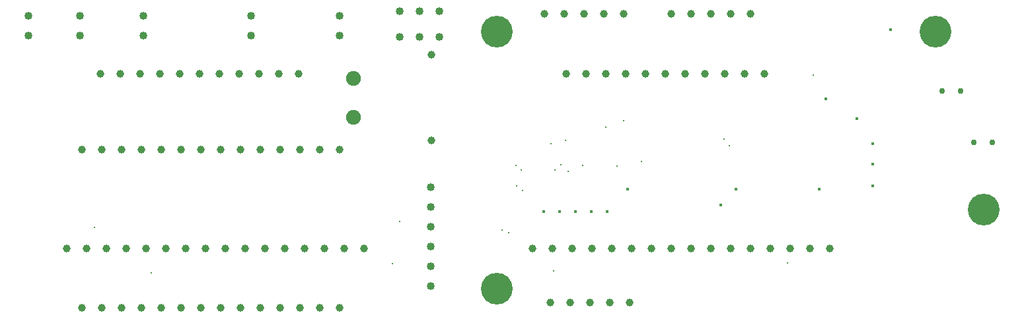
<source format=gbr>
%TF.GenerationSoftware,KiCad,Pcbnew,8.0.1*%
%TF.CreationDate,2025-04-21T12:55:45-06:00*%
%TF.ProjectId,Project,50726f6a-6563-4742-9e6b-696361645f70,A*%
%TF.SameCoordinates,Original*%
%TF.FileFunction,Plated,1,2,PTH,Drill*%
%TF.FilePolarity,Positive*%
%FSLAX46Y46*%
G04 Gerber Fmt 4.6, Leading zero omitted, Abs format (unit mm)*
G04 Created by KiCad (PCBNEW 8.0.1) date 2025-04-21 12:55:45*
%MOMM*%
%LPD*%
G01*
G04 APERTURE LIST*
%TA.AperFunction,ViaDrill*%
%ADD10C,0.300000*%
%TD*%
%TA.AperFunction,ComponentDrill*%
%ADD11C,0.381000*%
%TD*%
%TA.AperFunction,ComponentDrill*%
%ADD12C,0.762000*%
%TD*%
%TA.AperFunction,ComponentDrill*%
%ADD13C,1.000000*%
%TD*%
%TA.AperFunction,ComponentDrill*%
%ADD14C,1.016000*%
%TD*%
%TA.AperFunction,ComponentDrill*%
%ADD15C,1.900000*%
%TD*%
%TA.AperFunction,ComponentDrill*%
%ADD16C,4.064000*%
%TD*%
G04 APERTURE END LIST*
D10*
X78910000Y-76920000D03*
X86160000Y-82830000D03*
X117130000Y-81570000D03*
X118061200Y-76197200D03*
X131109300Y-77287542D03*
X132000000Y-77670000D03*
X132918500Y-68985100D03*
X133014300Y-71658100D03*
X133609000Y-69566100D03*
X133750000Y-72240000D03*
X137455000Y-66205000D03*
X137790000Y-82540000D03*
X137955200Y-69593200D03*
X138647900Y-68945500D03*
X139300200Y-65783200D03*
X139590000Y-69780000D03*
X141500000Y-68960000D03*
X144477200Y-64106800D03*
X145859242Y-69090758D03*
X146712400Y-63222500D03*
X149050000Y-68520000D03*
X159620000Y-65620000D03*
X160270000Y-66480000D03*
X167730000Y-81550000D03*
X170994800Y-57401200D03*
D11*
%TO.C,R4*%
X136476200Y-74927200D03*
%TO.C,R5*%
X138508200Y-74927200D03*
%TO.C,R6*%
X140540200Y-74927200D03*
%TO.C,R7*%
X142572200Y-74927200D03*
%TO.C,R8*%
X144604200Y-74927200D03*
%TO.C,R10*%
X147238300Y-72038200D03*
%TO.C,R13*%
X159160300Y-74071100D03*
%TO.C,R11*%
X161114200Y-72038200D03*
%TO.C,R14*%
X171756800Y-72063600D03*
%TO.C,D2*%
X172671200Y-60458200D03*
%TO.C,U1*%
X176580200Y-62989200D03*
%TO.C,C2*%
X178640200Y-71625200D03*
%TO.C,R2*%
X178656200Y-66164200D03*
%TO.C,R1*%
X178656200Y-68831200D03*
%TO.C,C4*%
X180926200Y-51559200D03*
D12*
%TO.C,C3*%
X187530200Y-59433200D03*
X189943200Y-59433200D03*
%TO.C,C1*%
X191594200Y-66037200D03*
X194007200Y-66037200D03*
D13*
%TO.C,J7*%
X75313800Y-79659100D03*
%TO.C,U3*%
X77294200Y-66926200D03*
X77294200Y-87246200D03*
%TO.C,J7*%
X77853800Y-79659100D03*
%TO.C,J6*%
X79664700Y-57198000D03*
%TO.C,U3*%
X79834200Y-66926200D03*
X79834200Y-87246200D03*
%TO.C,J7*%
X80393800Y-79659100D03*
%TO.C,J6*%
X82204700Y-57198000D03*
%TO.C,U3*%
X82374200Y-66926200D03*
X82374200Y-87246200D03*
%TO.C,J7*%
X82933800Y-79659100D03*
%TO.C,J6*%
X84744700Y-57198000D03*
%TO.C,U3*%
X84914200Y-66926200D03*
X84914200Y-87246200D03*
%TO.C,J7*%
X85473800Y-79659100D03*
%TO.C,J6*%
X87284700Y-57198000D03*
%TO.C,U3*%
X87454200Y-66926200D03*
X87454200Y-87246200D03*
%TO.C,J7*%
X88013800Y-79659100D03*
%TO.C,J6*%
X89824700Y-57198000D03*
%TO.C,U3*%
X89994200Y-66926200D03*
X89994200Y-87246200D03*
%TO.C,J7*%
X90553800Y-79659100D03*
%TO.C,J6*%
X92364700Y-57198000D03*
%TO.C,U3*%
X92534200Y-66926200D03*
X92534200Y-87246200D03*
%TO.C,J7*%
X93093800Y-79659100D03*
%TO.C,J6*%
X94904700Y-57198000D03*
%TO.C,U3*%
X95074200Y-66926200D03*
X95074200Y-87246200D03*
%TO.C,J7*%
X95633800Y-79659100D03*
%TO.C,J6*%
X97444700Y-57198000D03*
%TO.C,U3*%
X97614200Y-66926200D03*
X97614200Y-87246200D03*
%TO.C,J7*%
X98173800Y-79659100D03*
%TO.C,J6*%
X99984700Y-57198000D03*
%TO.C,U3*%
X100154200Y-66926200D03*
X100154200Y-87246200D03*
%TO.C,J7*%
X100713800Y-79659100D03*
%TO.C,J6*%
X102524700Y-57198000D03*
%TO.C,U3*%
X102694200Y-66926200D03*
X102694200Y-87246200D03*
%TO.C,J7*%
X103253800Y-79659100D03*
%TO.C,J6*%
X105064700Y-57198000D03*
%TO.C,U3*%
X105234200Y-66926200D03*
X105234200Y-87246200D03*
%TO.C,J7*%
X105793800Y-79659100D03*
%TO.C,U3*%
X107774200Y-66926200D03*
X107774200Y-87246200D03*
%TO.C,J7*%
X108333800Y-79659100D03*
%TO.C,U3*%
X110314200Y-66926200D03*
X110314200Y-87246200D03*
%TO.C,J7*%
X110873800Y-79659100D03*
X113413800Y-79659100D03*
%TO.C,BT1*%
X122125200Y-54783200D03*
X122125200Y-65783200D03*
%TO.C,J5*%
X135046300Y-79659100D03*
%TO.C,J2*%
X136570300Y-49560100D03*
%TO.C,J1*%
X137365200Y-86611200D03*
%TO.C,J5*%
X137586300Y-79659100D03*
%TO.C,J2*%
X139110300Y-49560100D03*
%TO.C,J4*%
X139397200Y-57198000D03*
%TO.C,J1*%
X139905200Y-86611200D03*
%TO.C,J5*%
X140126300Y-79659100D03*
%TO.C,J2*%
X141650300Y-49560100D03*
%TO.C,J4*%
X141937200Y-57198000D03*
%TO.C,J1*%
X142445200Y-86611200D03*
%TO.C,J5*%
X142666300Y-79659100D03*
%TO.C,J2*%
X144190300Y-49560100D03*
%TO.C,J4*%
X144477200Y-57198000D03*
%TO.C,J1*%
X144985200Y-86611200D03*
%TO.C,J5*%
X145206300Y-79659100D03*
%TO.C,J2*%
X146730300Y-49560100D03*
%TO.C,J4*%
X147017200Y-57198000D03*
%TO.C,J1*%
X147525200Y-86611200D03*
%TO.C,J5*%
X147746300Y-79659100D03*
%TO.C,J4*%
X149557200Y-57198000D03*
%TO.C,J5*%
X150286300Y-79659100D03*
%TO.C,J4*%
X152097200Y-57198000D03*
%TO.C,J3*%
X152826300Y-49560100D03*
%TO.C,J5*%
X152826300Y-79659100D03*
%TO.C,J4*%
X154637200Y-57198000D03*
%TO.C,J3*%
X155366300Y-49560100D03*
%TO.C,J5*%
X155366300Y-79659100D03*
%TO.C,J4*%
X157177200Y-57198000D03*
%TO.C,J3*%
X157906300Y-49560100D03*
%TO.C,J5*%
X157906300Y-79659100D03*
%TO.C,J4*%
X159717200Y-57198000D03*
%TO.C,J3*%
X160446300Y-49560100D03*
%TO.C,J5*%
X160446300Y-79659100D03*
%TO.C,J4*%
X162257200Y-57198000D03*
%TO.C,J3*%
X162986300Y-49560100D03*
%TO.C,J5*%
X162986300Y-79659100D03*
%TO.C,J4*%
X164797200Y-57198000D03*
%TO.C,J5*%
X165526300Y-79659100D03*
X168066300Y-79659100D03*
X170606300Y-79659100D03*
X173146300Y-79659100D03*
D14*
%TO.C,LD1*%
X70436200Y-49781200D03*
X70436200Y-52321200D03*
%TO.C,LD2*%
X77040200Y-49781200D03*
X77040200Y-52321200D03*
%TO.C,S1*%
X85168200Y-49781200D03*
X85168200Y-52321200D03*
%TO.C,SW2*%
X99011200Y-49781200D03*
X99011200Y-52321200D03*
%TO.C,SW1*%
X110314200Y-49781200D03*
X110314200Y-52321200D03*
%TO.C,SW3*%
X118061200Y-49197000D03*
X118061200Y-52448200D03*
X120601200Y-49197000D03*
X120601200Y-52448200D03*
%TO.C,SW4*%
X121998200Y-71752200D03*
X121998200Y-74292200D03*
X121998200Y-76832200D03*
X121998200Y-79372200D03*
X121998200Y-81912200D03*
X121998200Y-84452200D03*
%TO.C,SW3*%
X123141200Y-49197000D03*
X123141200Y-52448200D03*
D15*
%TO.C,BT1*%
X112125200Y-57783200D03*
X112125200Y-62783200D03*
D16*
%TO.C,*%
X130507200Y-51813200D03*
X130507200Y-84833200D03*
X186680000Y-51840000D03*
%TO.C,REF\u002A\u002A*%
X192864200Y-74673200D03*
M02*

</source>
